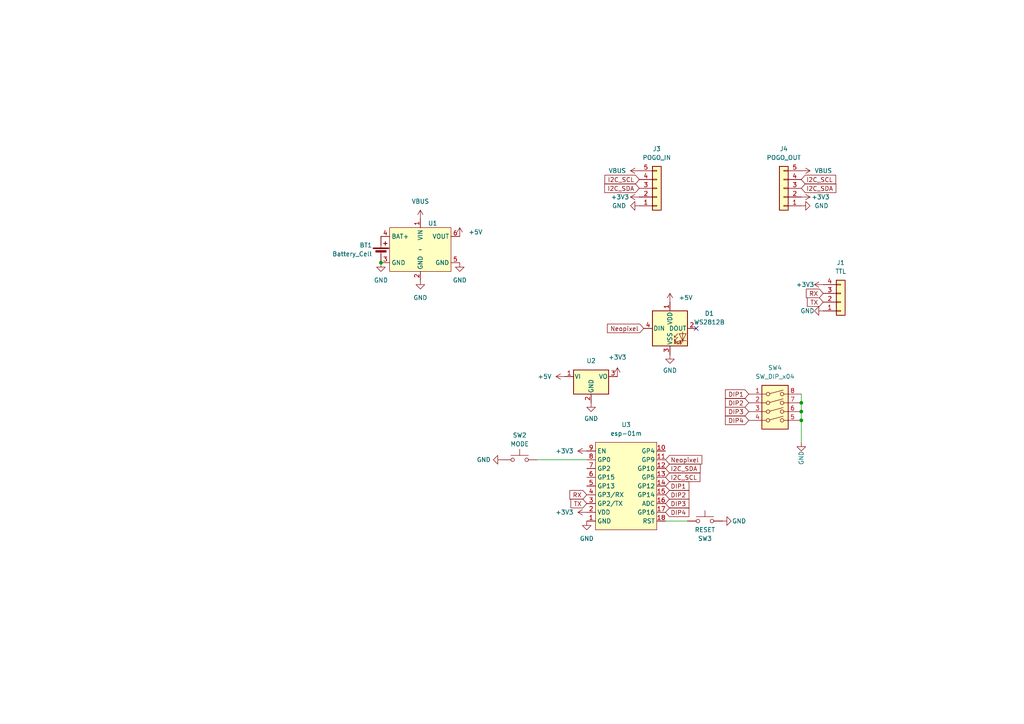
<source format=kicad_sch>
(kicad_sch (version 20230121) (generator eeschema)
  (paper "A4")
  (lib_symbols
    (symbol "Connector_Generic:Conn_01x04" (pin_names (offset 1.016) hide)
      (property "Reference" "J" (at 0 5.08 0))
      (property "Value" "Conn_01x04" (at 0 -7.62 0))
      (symbol "Conn_01x04_1_1"
        (rectangle (start -1.27 -4.953) (end 0 -5.207) (stroke (width 0.1524)))
        (rectangle (start -1.27 -2.413) (end 0 -2.667) (stroke (width 0.1524)))
        (rectangle (start -1.27 0.127) (end 0 -0.127) (stroke (width 0.1524)))
        (rectangle (start -1.27 2.667) (end 0 2.413) (stroke (width 0.1524)))
        (rectangle (start -1.27 3.81) (end 1.27 -6.35) (stroke (width 0.254)) (fill (type background)))
        (pin passive line (at -5.08 2.54 0) (length 3.81) (name "Pin_1") (number "1"))
        (pin passive line (at -5.08 0 0) (length 3.81) (name "Pin_2") (number "2"))
        (pin passive line (at -5.08 -2.54 0) (length 3.81) (name "Pin_3") (number "3"))
        (pin passive line (at -5.08 -5.08 0) (length 3.81) (name "Pin_4") (number "4"))
      )
    )
    (symbol "Connector_Generic:Conn_01x05" (pin_names (offset 1.016) hide)
      (property "Reference" "J" (at 0 7.62 0))
      (property "Value" "Conn_01x05" (at 0 -7.62 0))
      (symbol "Conn_01x05_1_1"
        (rectangle (start -1.27 -4.953) (end 0 -5.207) (stroke (width 0.1524)))
        (rectangle (start -1.27 -2.413) (end 0 -2.667) (stroke (width 0.1524)))
        (rectangle (start -1.27 0.127) (end 0 -0.127) (stroke (width 0.1524)))
        (rectangle (start -1.27 2.667) (end 0 2.413) (stroke (width 0.1524)))
        (rectangle (start -1.27 5.207) (end 0 4.953) (stroke (width 0.1524)))
        (rectangle (start -1.27 6.35) (end 1.27 -6.35) (stroke (width 0.254)) (fill (type background)))
        (pin passive line (at -5.08 5.08 0) (length 3.81) (name "Pin_1") (number "1"))
        (pin passive line (at -5.08 2.54 0) (length 3.81) (name "Pin_2") (number "2"))
        (pin passive line (at -5.08 0 0) (length 3.81) (name "Pin_3") (number "3"))
        (pin passive line (at -5.08 -2.54 0) (length 3.81) (name "Pin_4") (number "4"))
        (pin passive line (at -5.08 -5.08 0) (length 3.81) (name "Pin_5") (number "5"))
      )
    )
    (symbol "Device:Battery_Cell" (pin_numbers hide) (pin_names (offset 0) hide)
      (property "Reference" "BT" (at 2.54 2.54 0))
      (property "Value" "Battery_Cell" (at 2.54 0 0))
      (symbol "Battery_Cell_0_1"
        (rectangle (start -2.286 1.778) (end 2.286 1.524) (fill (type outline)))
        (rectangle (start -1.524 1.016) (end 1.524 0.508) (fill (type outline)))
        (polyline (pts (xy 0 0.762) (xy 0 0)))
        (polyline (pts (xy 0 1.778) (xy 0 2.54)))
        (polyline (pts (xy 0.762 3.048) (xy 1.778 3.048)) (stroke (width 0.254)))
        (polyline (pts (xy 1.27 3.556) (xy 1.27 2.54)) (stroke (width 0.254)))
      )
      (symbol "Battery_Cell_1_1"
        (pin passive line (at 0 5.08 270) (length 2.54) (name "+") (number "1"))
        (pin passive line (at 0 -2.54 90) (length 2.54) (name "-") (number "2"))
      )
    )
    (symbol "LED:WS2812B" (pin_names (offset 0.254))
      (property "Reference" "D" (at 5.08 5.715 0))
      (property "Value" "WS2812B" (at 1.27 -5.715 0))
      (symbol "WS2812B_0_0"
        (text "RGB" (at 2.286 -4.191 0) (effects (font (size 0.762 0.762))))
      )
      (symbol "WS2812B_0_1"
        (polyline (pts (xy 1.27 -3.556) (xy 1.778 -3.556)))
        (polyline (pts (xy 1.27 -2.54) (xy 1.778 -2.54)))
        (polyline (pts (xy 4.699 -3.556) (xy 2.667 -3.556)))
        (polyline (pts (xy 2.286 -2.54) (xy 1.27 -3.556) (xy 1.27 -3.048)))
        (polyline (pts (xy 2.286 -1.524) (xy 1.27 -2.54) (xy 1.27 -2.032)))
        (polyline (pts (xy 3.683 -1.016) (xy 3.683 -3.556) (xy 3.683 -4.064)))
        (polyline (pts (xy 4.699 -1.524) (xy 2.667 -1.524) (xy 3.683 -3.556) (xy 4.699 -1.524)))
        (rectangle (start 5.08 5.08) (end -5.08 -5.08) (stroke (width 0.254)) (fill (type background)))
      )
      (symbol "WS2812B_1_1"
        (pin power_in line (at 0 7.62 270) (length 2.54) (name "VDD") (number "1"))
        (pin output line (at 7.62 0 180) (length 2.54) (name "DOUT") (number "2"))
        (pin power_in line (at 0 -7.62 90) (length 2.54) (name "VSS") (number "3"))
        (pin input line (at -7.62 0 0) (length 2.54) (name "DIN") (number "4"))
      )
    )
    (symbol "Regulator_Linear:KA78M05_TO252" (pin_names (offset 0.254))
      (property "Reference" "U" (at -3.81 3.175 0))
      (property "Value" "KA78M05_TO252" (at 0 3.175 0))
      (symbol "KA78M05_TO252_0_1"
        (rectangle (start -5.08 1.905) (end 5.08 -5.08) (stroke (width 0.254)) (fill (type background)))
      )
      (symbol "KA78M05_TO252_1_1"
        (pin power_in line (at -7.62 0 0) (length 2.54) (name "VI") (number "1"))
        (pin power_in line (at 0 -7.62 90) (length 2.54) (name "GND") (number "2"))
        (pin power_out line (at 7.62 0 180) (length 2.54) (name "VO") (number "3"))
      )
    )
    (symbol "Switch:SW_DIP_x04" (pin_names (offset 0) hide)
      (property "Reference" "SW" (at 0 8.89 0))
      (property "Value" "SW_DIP_x04" (at 0 -6.35 0))
      (symbol "SW_DIP_x04_0_0"
        (circle (center -2.032 -2.54) (radius 0.508))
        (circle (center -2.032 0) (radius 0.508))
        (circle (center -2.032 2.54) (radius 0.508))
        (circle (center -2.032 5.08) (radius 0.508))
        (polyline (pts (xy -1.524 -2.3876) (xy 2.3622 -1.3462)))
        (polyline (pts (xy -1.524 0.127) (xy 2.3622 1.1684)))
        (polyline (pts (xy -1.524 2.667) (xy 2.3622 3.7084)))
        (polyline (pts (xy -1.524 5.207) (xy 2.3622 6.2484)))
        (circle (center 2.032 -2.54) (radius 0.508))
        (circle (center 2.032 0) (radius 0.508))
        (circle (center 2.032 2.54) (radius 0.508))
        (circle (center 2.032 5.08) (radius 0.508))
      )
      (symbol "SW_DIP_x04_0_1"
        (rectangle (start -3.81 7.62) (end 3.81 -5.08) (stroke (width 0.254)) (fill (type background)))
      )
      (symbol "SW_DIP_x04_1_1"
        (pin passive line (at -7.62 5.08 0) (length 5.08) (name "~") (number "1"))
        (pin passive line (at -7.62 2.54 0) (length 5.08) (name "~") (number "2"))
        (pin passive line (at -7.62 0 0) (length 5.08) (name "~") (number "3"))
        (pin passive line (at -7.62 -2.54 0) (length 5.08) (name "~") (number "4"))
        (pin passive line (at 7.62 -2.54 180) (length 5.08) (name "~") (number "5"))
        (pin passive line (at 7.62 0 180) (length 5.08) (name "~") (number "6"))
        (pin passive line (at 7.62 2.54 180) (length 5.08) (name "~") (number "7"))
        (pin passive line (at 7.62 5.08 180) (length 5.08) (name "~") (number "8"))
      )
    )
    (symbol "Switch:SW_Push" (pin_numbers hide) (pin_names (offset 1.016) hide)
      (property "Reference" "SW" (at 1.27 2.54 0))
      (property "Value" "SW_Push" (at 0 -1.524 0))
      (symbol "SW_Push_0_1"
        (circle (center -2.032 0) (radius 0.508))
        (polyline (pts (xy 0 1.27) (xy 0 3.048)))
        (polyline (pts (xy 2.54 1.27) (xy -2.54 1.27)))
        (circle (center 2.032 0) (radius 0.508))
        (pin passive line (at -5.08 0 0) (length 2.54) (name "1") (number "1"))
        (pin passive line (at 5.08 0 180) (length 2.54) (name "2") (number "2"))
      )
    )
    (symbol "charge-module:charge-module"
      (property "Reference" "U" (at 6.35 10.16 0))
      (symbol "charge-module_1_1"
        (rectangle (start -8.89 6.35) (end 8.89 -6.35) (fill (type background)))
        (pin power_in line (at 0 8.89 270) (length 2.54) (name "VIN") (number "1"))
        (pin power_in line (at 0 -8.89 90) (length 2.54) (name "GND") (number "2"))
        (pin power_in line (at -11.43 -3.81 0) (length 2.54) (name "GND") (number "3"))
        (pin power_in line (at -11.43 3.81 0) (length 2.54) (name "BAT+") (number "4"))
        (pin power_in line (at 11.43 -3.81 180) (length 2.54) (name "GND") (number "5"))
        (pin power_in line (at 11.43 3.81 180) (length 2.54) (name "VOUT") (number "6"))
      )
    )
    (symbol "esp-01m:esp-01m"
      (property "Reference" "U" (at 0.635 -13.335 0))
      (property "Value" "esp-01m" (at 0.635 14.605 0))
      (symbol "esp-01m_0_1"
        (rectangle (start -8.89 12.7) (end 8.89 -12.7) (fill (type background)))
      )
      (symbol "esp-01m_1_1"
        (pin power_in line (at -11.43 -10.16 0) (length 2.54) (name "GND") (number "1"))
        (pin tri_state line (at 11.43 10.16 180) (length 2.54) (name "GP4") (number "10"))
        (pin tri_state line (at 11.43 7.62 180) (length 2.54) (name "GP9") (number "11"))
        (pin tri_state line (at 11.43 5.08 180) (length 2.54) (name "GP10") (number "12"))
        (pin tri_state line (at 11.43 2.54 180) (length 2.54) (name "GP5") (number "13"))
        (pin tri_state line (at 11.43 0 180) (length 2.54) (name "GP12") (number "14"))
        (pin tri_state line (at 11.43 -2.54 180) (length 2.54) (name "GP14") (number "15"))
        (pin input line (at 11.43 -5.08 180) (length 2.54) (name "ADC") (number "16"))
        (pin tri_state line (at 11.43 -7.62 180) (length 2.54) (name "GP16") (number "17"))
        (pin input line (at 11.43 -10.16 180) (length 2.54) (name "RST") (number "18"))
        (pin power_in line (at -11.43 -7.62 0) (length 2.54) (name "VDD") (number "2"))
        (pin tri_state line (at -11.43 -5.08 0) (length 2.54) (name "GP2/TX") (number "3"))
        (pin tri_state line (at -11.43 -2.54 0) (length 2.54) (name "GP3/RX") (number "4"))
        (pin tri_state line (at -11.43 0 0) (length 2.54) (name "GP13") (number "5"))
        (pin tri_state line (at -11.43 2.54 0) (length 2.54) (name "GP15") (number "6"))
        (pin tri_state line (at -11.43 5.08 0) (length 2.54) (name "GP2") (number "7"))
        (pin tri_state line (at -11.43 7.62 0) (length 2.54) (name "GP0") (number "8"))
        (pin input line (at -11.43 10.16 0) (length 2.54) (name "EN") (number "9"))
      )
    )
    (symbol "power:+3V3" (power) (pin_names (offset 0))
      (property "Value" "+3V3" (at 0 3.556 0))
      (symbol "+3V3_0_1"
        (polyline (pts (xy -0.762 1.27) (xy 0 2.54)))
        (polyline (pts (xy 0 0) (xy 0 2.54)))
        (polyline (pts (xy 0 2.54) (xy 0.762 1.27)))
      )
      (symbol "+3V3_1_1"
        (pin power_in line (at 0 0 90) (length 0) hide (name "+3V3") (number "1"))
      )
    )
    (symbol "power:+5V" (power) (pin_names (offset 0))
      (property "Value" "+5V" (at 0 3.556 0))
      (symbol "+5V_0_1"
        (polyline (pts (xy -0.762 1.27) (xy 0 2.54)))
        (polyline (pts (xy 0 0) (xy 0 2.54)))
        (polyline (pts (xy 0 2.54) (xy 0.762 1.27)))
      )
      (symbol "+5V_1_1"
        (pin power_in line (at 0 0 90) (length 0) hide (name "+5V") (number "1"))
      )
    )
    (symbol "power:GND" (power) (pin_names (offset 0))
      (property "Value" "GND" (at 0 -3.81 0))
      (symbol "GND_0_1"
        (polyline (pts (xy 0 0) (xy 0 -1.27) (xy 1.27 -1.27) (xy 0 -2.54) (xy -1.27 -1.27) (xy 0 -1.27)))
      )
      (symbol "GND_1_1"
        (pin power_in line (at 0 0 270) (length 0) hide (name "GND") (number "1"))
      )
    )
    (symbol "power:VBUS" (power) (pin_names (offset 0))
      (property "Value" "VBUS" (at 0 3.81 0))
      (symbol "VBUS_0_1"
        (polyline (pts (xy -0.762 1.27) (xy 0 2.54)))
        (polyline (pts (xy 0 0) (xy 0 2.54)))
        (polyline (pts (xy 0 2.54) (xy 0.762 1.27)))
      )
      (symbol "VBUS_1_1"
        (pin power_in line (at 0 0 90) (length 0) hide (name "VBUS") (number "1"))
      )
    )
  )
  (junction (at 110.49 76.2))
  (junction (at 232.41 121.92))
  (junction (at 232.41 116.84))
  (junction (at 232.41 119.38))
  (no_connect (at 201.93 95.25))
  (wire (pts (xy 232.41 116.84) (xy 232.41 119.38)))
  (wire (pts (xy 232.41 119.38) (xy 232.41 121.92)))
  (wire (pts (xy 232.41 114.3) (xy 232.41 116.84)))
  (wire (pts (xy 155.8036 133.35) (xy 170.18 133.35)))
  (wire (pts (xy 193.04 151.13) (xy 199.39 151.13)))
  (wire (pts (xy 232.41 121.92) (xy 232.41 128.27)))
  (global_label "I2C_SDA" (shape input) (at 232.41 54.61 0) (property "Intersheetrefs" "${INTERSHEET_REFS}" (effects hide)))
  (global_label "RX" (shape input) (at 238.76 85.09 180) (property "Intersheetrefs" "${INTERSHEET_REFS}" (effects hide)))
  (global_label "DIP1" (shape input) (at 193.04 140.97 0) (property "Intersheetrefs" "${INTERSHEET_REFS}" (effects hide)))
  (global_label "TX" (shape input) (at 170.18 146.05 180) (property "Intersheetrefs" "${INTERSHEET_REFS}" (effects hide)))
  (global_label "DIP3" (shape input) (at 193.04 146.05 0) (property "Intersheetrefs" "${INTERSHEET_REFS}" (effects hide)))
  (global_label "I2C_SDA" (shape input) (at 185.42 54.61 180) (property "Intersheetrefs" "${INTERSHEET_REFS}" (effects hide)))
  (global_label "TX" (shape input) (at 238.76 87.63 180) (property "Intersheetrefs" "${INTERSHEET_REFS}" (effects hide)))
  (global_label "RX" (shape input) (at 170.18 143.51 180) (property "Intersheetrefs" "${INTERSHEET_REFS}" (effects hide)))
  (global_label "Neopixel" (shape input) (at 193.04 133.35 0) (property "Intersheetrefs" "${INTERSHEET_REFS}" (effects hide)))
  (global_label "DIP4" (shape input) (at 193.04 148.59 0) (property "Intersheetrefs" "${INTERSHEET_REFS}" (effects hide)))
  (global_label "DIP1" (shape input) (at 217.17 114.3 180) (property "Intersheetrefs" "${INTERSHEET_REFS}" (effects hide)))
  (global_label "I2C_SCL" (shape input) (at 193.04 138.43 0) (property "Intersheetrefs" "${INTERSHEET_REFS}" (effects hide)))
  (global_label "DIP2" (shape input) (at 193.04 143.51 0) (property "Intersheetrefs" "${INTERSHEET_REFS}" (effects hide)))
  (global_label "I2C_SDA" (shape input) (at 193.04 135.89 0) (property "Intersheetrefs" "${INTERSHEET_REFS}" (effects hide)))
  (global_label "DIP3" (shape input) (at 217.17 119.38 180) (property "Intersheetrefs" "${INTERSHEET_REFS}" (effects hide)))
  (global_label "DIP4" (shape input) (at 217.17 121.92 180) (property "Intersheetrefs" "${INTERSHEET_REFS}" (effects hide)))
  (global_label "I2C_SCL" (shape input) (at 185.42 52.07 180) (property "Intersheetrefs" "${INTERSHEET_REFS}" (effects hide)))
  (global_label "Neopixel" (shape input) (at 186.69 95.25 180) (property "Intersheetrefs" "${INTERSHEET_REFS}" (effects hide)))
  (global_label "I2C_SCL" (shape input) (at 232.41 52.07 0) (property "Intersheetrefs" "${INTERSHEET_REFS}" (effects hide)))
  (global_label "DIP2" (shape input) (at 217.17 116.84 180) (property "Intersheetrefs" "${INTERSHEET_REFS}" (effects hide)))
  (symbol (lib_id "power:GND") (at 232.41 59.69 90) (unit 1)
    (property "Reference" "#PWR019" (effects hide))
    (property "Value" "GND" (at 236.22 59.69 90) (effects (justify right)))
  )
  (symbol (lib_id "power:+5V") (at 194.31 87.63 0) (unit 1)
    (property "Reference" "#PWR011" (effects hide))
    (property "Value" "+5V" (at 196.85 86.3599 0) (effects (justify left)))
  )
  (symbol (lib_id "power:+3V3") (at 179.07 109.22 0) (unit 1)
    (property "Reference" "#PWR09" (effects hide))
    (property "Value" "+3V3" (at 179.07 103.632 0))
  )
  (symbol (lib_id "power:GND") (at 133.35 76.2 0) (unit 1)
    (property "Reference" "#PWR027" (effects hide))
    (property "Value" "GND" (at 133.35 81.28 0))
  )
  (symbol (lib_id "Regulator_Linear:KA78M05_TO252") (at 171.45 109.22 0) (unit 1)
    (property "Reference" "U2" (at 171.45 104.648 0))
    (property "Value" "UA78M33_TO252" (effects hide))
    (property "Footprint" "Package_TO_SOT_SMD:TO-252-2" (effects hide))
    (property "Datasheet" "https://www.onsemi.com/pub/Collateral/MC78M00-D.PDF" (effects hide))
  )
  (symbol (lib_id "power:VBUS") (at 232.41 49.53 270) (unit 1)
    (property "Reference" "#PWR023" (effects hide))
    (property "Value" "VBUS" (at 236.22 49.53 90) (effects (justify left)))
  )
  (symbol (lib_id "power:GND") (at 185.42 59.69 270) (unit 1)
    (property "Reference" "#PWR018" (effects hide))
    (property "Value" "GND" (at 181.61 59.69 90) (effects (justify right)))
  )
  (symbol (lib_id "power:+3V3") (at 232.41 57.15 270) (unit 1)
    (property "Reference" "#PWR021" (effects hide))
    (property "Value" "+3V3" (at 237.998 57.15 90))
  )
  (symbol (lib_id "power:+5V") (at 133.35 68.58 0) (unit 1)
    (property "Reference" "#PWR028" (effects hide))
    (property "Value" "+5V" (at 135.89 67.3099 0) (effects (justify left)))
  )
  (symbol (lib_id "power:+3V3") (at 185.42 57.15 90) (unit 1)
    (property "Reference" "#PWR020" (effects hide))
    (property "Value" "+3V3" (at 179.832 57.15 90))
  )
  (symbol (lib_id "power:+3V3") (at 238.76 82.55 90) (unit 1)
    (property "Reference" "#PWR016" (effects hide))
    (property "Value" "+3V3" (at 230.886 82.55 90) (effects (justify right)))
  )
  (symbol (lib_id "power:GND") (at 170.18 151.13 0) (unit 1)
    (property "Reference" "#PWR07" (effects hide))
    (property "Value" "GND" (at 170.18 156.21 0))
  )
  (symbol (lib_id "power:+3V3") (at 170.18 148.59 90) (unit 1)
    (property "Reference" "#PWR06" (effects hide))
    (property "Value" "+3V3" (at 166.37 148.5899 90) (effects (justify left)))
  )
  (symbol (lib_id "charge-module:charge-module") (at 121.92 72.39 0) (unit 1)
    (property "Reference" "U1" (at 124.1141 64.77 0) (effects (justify left)))
    (property "Value" "~" (at 121.92 72.39 0))
    (property "Footprint" "charge-module:charge-module" (effects hide))
    (property "Datasheet" "https://www.reichelt.com/ch/de/entwicklerboards-4in1-modul-fuer-3-7v-li-ion-akkus-debo-4in1-3-7li-p291376.html" (effects hide))
  )
  (symbol (lib_id "power:GND") (at 171.45 116.84 0) (unit 1)
    (property "Reference" "#PWR08" (effects hide))
    (property "Value" "GND" (at 171.45 121.412 0))
  )
  (symbol (lib_id "Connector_Generic:Conn_01x04") (at 243.84 87.63 0) (mirror x) (unit 1)
    (property "Reference" "J1" (at 243.84 76.2 0))
    (property "Value" "TTL" (at 243.84 78.74 0))
    (property "Footprint" "Connector_PinHeader_2.54mm:PinHeader_1x04_P2.54mm_Vertical" (effects hide))
  )
  (symbol (lib_id "power:+3V3") (at 170.18 130.81 90) (unit 1)
    (property "Reference" "#PWR05" (effects hide))
    (property "Value" "+3V3" (at 166.37 130.8099 90) (effects (justify left)))
  )
  (symbol (lib_id "power:+5V") (at 163.83 109.22 90) (unit 1)
    (property "Reference" "#PWR03" (effects hide))
    (property "Value" "+5V" (at 160.02 109.2199 90) (effects (justify left)))
  )
  (symbol (lib_id "Connector_Generic:Conn_01x05") (at 227.33 54.61 180) (unit 1)
    (property "Reference" "J4" (at 227.33 43.18 0))
    (property "Value" "POGO_OUT" (at 227.33 45.72 0))
    (property "Footprint" "Connector_PinHeader_2.54mm:PinHeader_1x05_P2.54mm_Vertical" (effects hide))
  )
  (symbol (lib_id "power:GND") (at 145.6436 133.35 270) (mirror x) (unit 1)
    (property "Reference" "#PWR02" (effects hide))
    (property "Value" "GND" (at 142.3416 133.3499 90) (effects (justify right)))
  )
  (symbol (lib_id "Switch:SW_DIP_x04") (at 224.79 119.38 0) (unit 1)
    (property "Reference" "SW4" (at 224.79 106.68 0))
    (property "Value" "SW_DIP_x04" (at 224.79 109.22 0))
    (property "Footprint" "Button_Switch_THT:SW_DIP_SPSTx04_Slide_6.7x11.72mm_W7.62mm_P2.54mm_LowProfile" (effects hide))
  )
  (symbol (lib_id "Device:Battery_Cell") (at 110.49 73.66 0) (unit 1)
    (property "Reference" "BT1" (at 107.95 71.12 0) (effects (justify right)))
    (property "Value" "Battery_Cell" (at 107.95 73.66 0) (effects (justify right)))
    (property "Footprint" "Connector_JST:JST_PH_B2B-PH-K_1x02_P2.00mm_Vertical" (effects hide))
  )
  (symbol (lib_id "power:GND") (at 110.49 76.2 0) (unit 1)
    (property "Reference" "#PWR025" (effects hide))
    (property "Value" "GND" (at 110.49 81.28 0))
  )
  (symbol (lib_id "power:GND") (at 194.31 102.87 0) (unit 1)
    (property "Reference" "#PWR012" (effects hide))
    (property "Value" "GND" (at 194.31 107.442 0))
  )
  (symbol (lib_id "esp-01m:esp-01m") (at 181.61 140.97 0) (unit 1)
    (property "Reference" "U3" (at 181.61 123.19 0))
    (property "Value" "esp-01m" (at 181.61 125.73 0))
    (property "Footprint" "esp-01m:esp-01m" (effects hide))
    (property "Datasheet" "https://docs.ai-thinker.com/_media/esp8266/docs/esp-01m_product_specification_en.pdf" (effects hide))
  )
  (symbol (lib_id "power:GND") (at 121.92 81.28 0) (unit 1)
    (property "Reference" "#PWR026" (effects hide))
    (property "Value" "GND" (at 121.92 86.36 0))
  )
  (symbol (lib_id "power:VBUS") (at 185.42 49.53 90) (unit 1)
    (property "Reference" "#PWR022" (effects hide))
    (property "Value" "VBUS" (at 181.61 49.53 90) (effects (justify left)))
  )
  (symbol (lib_id "LED:WS2812B") (at 194.31 95.25 0) (unit 1)
    (property "Reference" "D1" (at 205.74 90.9193 0))
    (property "Value" "WS2812B" (at 205.74 93.4593 0))
    (property "Footprint" "LED_THT:LED_D5.0mm-4_RGB_Wide_Pins" (effects hide))
    (property "Datasheet" "https://cdn-shop.adafruit.com/datasheets/WS2812B.pdf" (effects hide))
  )
  (symbol (lib_id "Switch:SW_Push") (at 204.47 151.13 0) (mirror y) (unit 1)
    (property "Reference" "SW3" (at 204.47 156.21 0))
    (property "Value" "RESET" (at 204.47 153.67 0))
    (property "Footprint" "pts636:pts636" (effects hide))
  )
  (symbol (lib_id "power:GND") (at 232.41 128.27 0) (unit 1)
    (property "Reference" "#PWR029" (effects hide))
    (property "Value" "GND" (at 232.41 132.842 90))
  )
  (symbol (lib_id "power:GND") (at 209.55 151.13 90) (mirror x) (unit 1)
    (property "Reference" "#PWR013" (effects hide))
    (property "Value" "GND" (at 216.408 151.13 90) (effects (justify left)))
  )
  (symbol (lib_id "Switch:SW_Push") (at 150.7236 133.35 0) (unit 1)
    (property "Reference" "SW2" (at 150.7236 126.238 0))
    (property "Value" "MODE" (at 150.7236 128.778 0))
    (property "Footprint" "pts636:pts636" (effects hide))
  )
  (symbol (lib_id "power:VBUS") (at 121.92 63.5 0) (unit 1)
    (property "Reference" "#PWR024" (effects hide))
    (property "Value" "VBUS" (at 121.92 58.42 0))
  )
  (symbol (lib_id "Connector_Generic:Conn_01x05") (at 190.5 54.61 0) (mirror x) (unit 1)
    (property "Reference" "J3" (at 190.5 43.18 0))
    (property "Value" "POGO_IN" (at 190.5 45.72 0))
    (property "Footprint" "Connector_PinHeader_2.54mm:PinHeader_1x05_P2.54mm_Vertical" (effects hide))
  )
  (symbol (lib_id "power:GND") (at 238.76 90.17 270) (unit 1)
    (property "Reference" "#PWR017" (effects hide))
    (property "Value" "GND" (at 234.188 90.17 90))
  )
)
</source>
